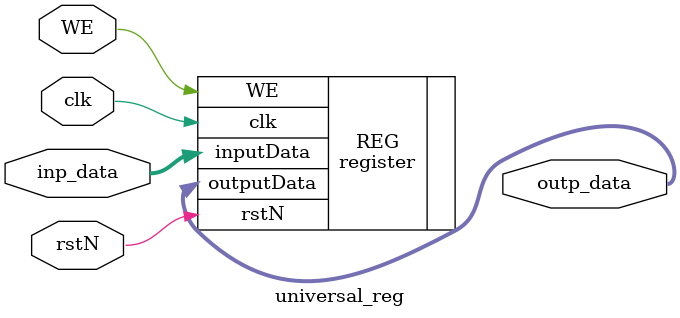
<source format=sv>
`ifndef UNIVERSAL_REG_SV
`define UNIVERSAL_REG_SV



`ifndef USE_INIVERSAL_REG_WRAPPER
module  universal_reg
    #(
        parameter p_width=32        
        )
    (
        input               clk,
        input               rstN,
        input [p_width-1:0] inp_data,
        input               WE,
        output logic [p_width-1:0] outp_data
        );
`else
    module  universal_reg
    #(
        parameter p_dataSize=32        
        )
    (
        input               clk,
        input               rstN,
        input [p_dataSize-1:0] inputData,
        input               WE,
        output wire uncorrectableError,
        output wire correctableError,
        /*`ifdef REG_PROTECTION_HAMMING
        output wire uncorrectableError,
        output wire correctableError,
        `endif
        `ifdef REG_PROTECTION_MJR
        output wire correctableError,
        `endif*/
        output wire  [p_dataSize-1:0] outputData
        );
parameter p_width = p_dataSize;
wire [p_width-1:0] inp_data;
wire [p_width-1:0] outp_data;
assign outputData[p_width-1:0] = outp_data[p_width-1:0];
assign inp_data[p_width-1:0] = inputData[p_width-1:0];
//`ifdef REG_PROTECTION_HAMMING
assign uncorrectableError = 1'b0;
assign correctableError = 1'b0;
/*`endif
`ifdef REG_PROTECTION_MJR
assign correctableError = 1'b0;
`endif
*/
`endif //USE_INIVERSAL_REG_WRAPPER 

parameter p_HAMM_zeroWordDetection=1;

`ifdef REG_PROTECTION_HAMMING
hamming_register #(.p_dataSize(p_width), .p_zeroWordDetection(1)) REG_HAMM
        (
            .clk(clk),
            .rstN(rstN),
            .WE(WE),
            .inputData(inp_data),
            .outputData(outp_data),
            .uncorrectableError(),
            .correctableError()
            );
`else
    `ifdef REG_PROTECTION_MJR
    ////pragma attribute REG__MJR d_ont_touch true
    ////pragma attribute REG_MJR noopt true
    ////pragma attribute REG__MJR r_eserve_cell true
    mjr_register #(.p_dataSize(p_width)) REG_MJR
    (
        .clk(clk),
        .rstN(rstN),
        .WE(WE),
        .inputData_1(inp_data), 
        .inputData_2(inp_data), 
        .inputData_3(inp_data),
        .outputData(outp_data),
        .correctableError()
     );
    `else
        register #(.p_dataSize(p_width)) REG
        (
            .clk(clk),
            .rstN(rstN),
            .WE(WE),
            .inputData(inp_data),
            .outputData(outp_data)
            );
    `endif
`endif

endmodule

`endif //UNIVERSAL_REG_SV

</source>
